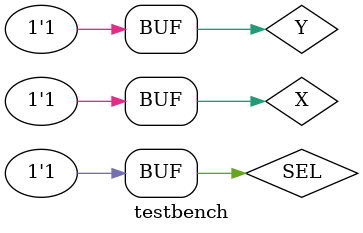
<source format=v>
module testbench;
    reg X;
    reg Y;
    reg SEL;
    wire Z;

    mux_1 AND_1(.x(X), .y(Y), .sel(SEL), .z(Z));
    
    initial begin
        $monitor("x=%b y=%b sel=%b z=%b",X,Y,SEL,Z);

        #0 X = 1'b0; Y = 1'b0; SEL = 1'b0;
        #1 X = 1'b0; Y = 1'b0; SEL = 1'b1;
        #1 X = 1'b0; Y = 1'b1; SEL = 1'b0;
        #1 X = 1'b0; Y = 1'b1; SEL = 1'b1;
        
        #1 X = 1'b1; Y = 1'b0; SEL = 1'b0;
        #1 X = 1'b1; Y = 1'b0; SEL = 1'b1;
        #1 X = 1'b1; Y = 1'b1; SEL = 1'b0;
        #1 X = 1'b1; Y = 1'b1; SEL = 1'b1;

    end
endmodule // testbench

</source>
